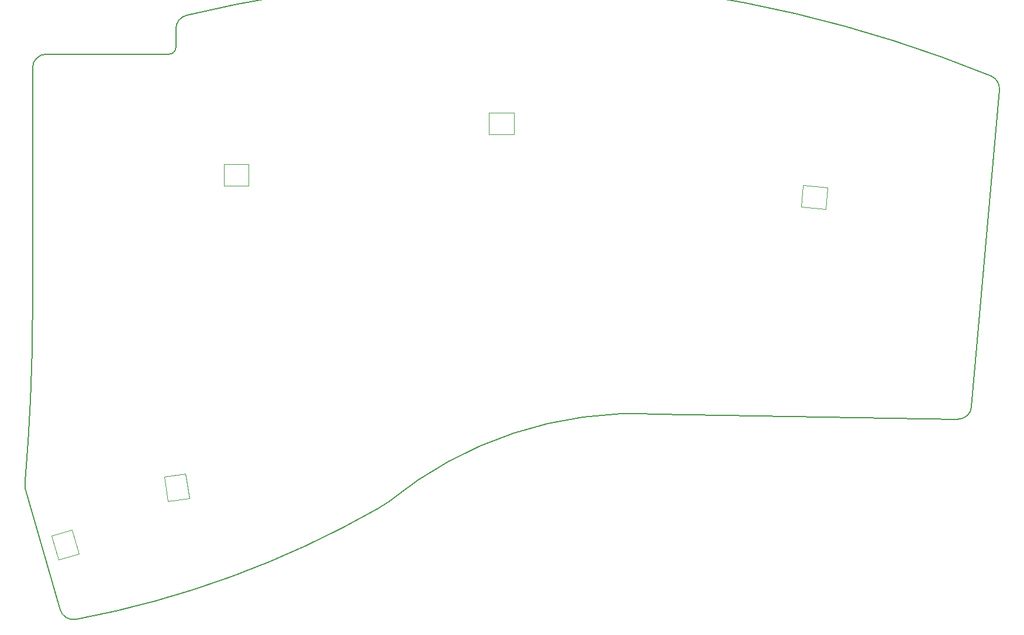
<source format=gm1>
G04 #@! TF.GenerationSoftware,KiCad,Pcbnew,8.0.4*
G04 #@! TF.CreationDate,2024-08-08T10:24:45+04:00*
G04 #@! TF.ProjectId,ouleetka,6f756c65-6574-46b6-912e-6b696361645f,0.1*
G04 #@! TF.SameCoordinates,Original*
G04 #@! TF.FileFunction,Profile,NP*
%FSLAX46Y46*%
G04 Gerber Fmt 4.6, Leading zero omitted, Abs format (unit mm)*
G04 Created by KiCad (PCBNEW 8.0.4) date 2024-08-08 10:24:45*
%MOMM*%
%LPD*%
G01*
G04 APERTURE LIST*
G04 #@! TA.AperFunction,Profile*
%ADD10C,0.150000*%
G04 #@! TD*
G04 #@! TA.AperFunction,Profile*
%ADD11C,0.120000*%
G04 #@! TD*
G04 APERTURE END LIST*
D10*
X120581861Y-126311729D02*
G75*
G02*
X120513314Y-126352681I-1059461J1695529D01*
G01*
X210471936Y-65674879D02*
X206455721Y-111580432D01*
X76779182Y-142416359D02*
G75*
G02*
X74487977Y-141001902I-368782J1965559D01*
G01*
X120513315Y-126352682D02*
G75*
G02*
X76779182Y-142416359I-69638315J122027682D01*
G01*
X70498336Y-97998333D02*
G75*
G02*
X70499999Y-97959209I500264J-1667D01*
G01*
X122099807Y-125344169D02*
G75*
G02*
X121893268Y-125492273I-1266307J1547869D01*
G01*
X91250000Y-59500000D02*
G75*
G02*
X90250000Y-60500000I-1000000J0D01*
G01*
X121893267Y-125492272D02*
X120581861Y-126311729D01*
X70498336Y-97998333D02*
G75*
G02*
X69391130Y-122748468I-299497758J998304D01*
G01*
X91250000Y-56812253D02*
G75*
G02*
X92781823Y-54867791I2000100J-47D01*
G01*
X206455693Y-111580747D02*
G75*
G02*
X204428398Y-113406203I-1992493J174347D01*
G01*
X92781830Y-54867821D02*
G75*
G02*
X209234011Y-63647869I44593170J-185207179D01*
G01*
X204428399Y-113406131D02*
X160642102Y-112641839D01*
X90250000Y-60500000D02*
X72500000Y-60500000D01*
X209234011Y-63647869D02*
G75*
G02*
X210471961Y-65674433I-754411J-1852231D01*
G01*
X91250000Y-59500000D02*
X91250000Y-56812569D01*
X69461202Y-123471686D02*
X74487828Y-141001616D01*
X69461101Y-123471335D02*
G75*
G02*
X69391118Y-122748467I1922399J550935D01*
G01*
X160642102Y-112641839D02*
G75*
G02*
X160581211Y-112639848I34998J2002939D01*
G01*
X70500000Y-97959209D02*
X70500000Y-62500000D01*
X70500000Y-62500000D02*
G75*
G02*
X72500000Y-60500000I2000000J0D01*
G01*
X122099807Y-125344169D02*
G75*
G02*
X160580897Y-112639832I35775193J-43730831D01*
G01*
D11*
X77204795Y-132881220D02*
X74224884Y-133735696D01*
X73232589Y-130275154D01*
X76212500Y-129420678D01*
X77204795Y-132881220D01*
X93183556Y-124830382D02*
X90121722Y-125315328D01*
X89558558Y-121759650D01*
X92620392Y-121274704D01*
X93183556Y-124830382D01*
X136575000Y-69025000D02*
X140175000Y-69025000D01*
X140175000Y-72125000D01*
X136575000Y-72125000D01*
X136575000Y-69025000D01*
X185593395Y-79831962D02*
X185323212Y-82920165D01*
X181736911Y-82606404D01*
X182007094Y-79518201D01*
X185593395Y-79831962D01*
X98200000Y-76450000D02*
X101800000Y-76450000D01*
X101800000Y-79550000D01*
X98200000Y-79550000D01*
X98200000Y-76450000D01*
M02*

</source>
